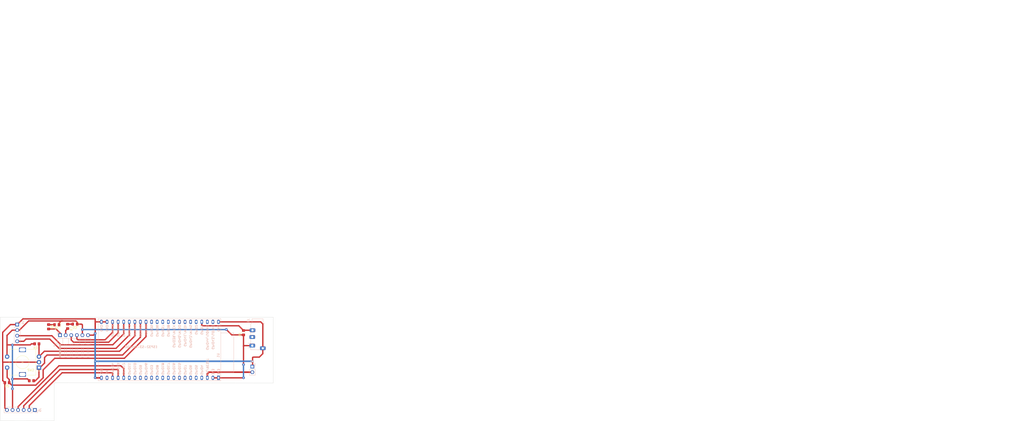
<source format=kicad_pcb>
(kicad_pcb (version 20221018) (generator pcbnew)
  (layers (0 "F.Cu" signal) (31 "B.Cu" signal) (34 "B.Paste" user) (35 "F.Paste" user) (36 "B.SilkS" user "B.Silkscreen") (37 "F.SilkS" user "F.Silkscreen") (38 "B.Mask" user) (39 "F.Mask" user) (44 "Edge.Cuts" user))
  (net 0 "")
  (net 1 "GND")
  (net 2 "+3.3V")
  (net 3 "WATERTEMP_DATA")
  (net 5 "DISPLAY_SCL")
  (net 6 "DISPLAY_SDA")
  (net 8 "RTC_SQW")
  (net 9 "RTC_SCK")
  (net 10 "RTC_SDA")
  (net 11 "ROT_CLK")
  (net 12 "ROT_DT")
  (net 13 "ROT_SW")
  (net 14 "RELAY_TOP")
  (net 15 "RELAY_BOTTOM")
  (net 34 "RESET")
  (net 39 "LED_BOTTOM")
  (net 40 "LED_TOP")
  (net 41 "Net-(D1-A)")
  (net 42 "Net-(D2-A)")
  (footprint "Resistor_SMD:R_0805_2012Metric_Pad1.20x1.40mm_HandSolder" (layer "F.Cu") (at 142.14 78.45 -90)
    (fp_text reference "R1" (at 0.8 1.65 90) (layer "F.SilkS"))
    (fp_text value "4k7")
    (fp_line (start -0.227064 -0.735) (end 0.227064 -0.735) (stroke (width 0.12)) (layer "F.SilkS"))
    (fp_line (start -0.227064 0.735) (end 0.227064 0.735) (stroke (width 0.12)) (layer "F.SilkS"))
    (pad "1" smd roundrect (at -1 0 270) (size 1.2 1.4) (layers "F.Cu" "F.Paste" "F.Mask") (roundrect_rratio 0.2083333333) (net 3 "WATERTEMP_DATA"))
    (pad "2" smd roundrect (at 1 0 270) (size 1.2 1.4) (layers "F.Cu" "F.Paste" "F.Mask") (roundrect_rratio 0.2083333333) (net 2 "+3.3V"))
  )
  (footprint "Resistor_SMD:R_0805_2012Metric_Pad1.20x1.40mm_HandSolder" (layer "F.Cu") (at 47.96 83.53)
    (fp_text reference "R3" (at -0.575 1.85) (layer "F.SilkS"))
    (fp_text value "10K")
    (fp_line (start -0.227064 -0.735) (end 0.227064 -0.735) (stroke (width 0.12)) (layer "F.SilkS"))
    (fp_line (start -0.227064 0.735) (end 0.227064 0.735) (stroke (width 0.12)) (layer "F.SilkS"))
    (pad "1" smd roundrect (at -1 0) (size 1.2 1.4) (layers "F.Cu" "F.Paste" "F.Mask") (roundrect_rratio 0.2083333333) (net 2 "+3.3V"))
    (pad "2" smd roundrect (at 1 0) (size 1.2 1.4) (layers "F.Cu" "F.Paste" "F.Mask") (roundrect_rratio 0.2083333333) (net 12 "ROT_DT"))
  )
  (footprint "Resistor_SMD:R_0805_2012Metric_Pad1.20x1.40mm_HandSolder" (layer "F.Cu") (at 34.39 101.2 180)
    (fp_text reference "R5" (at 0 -1.65) (layer "F.SilkS"))
    (fp_text value "10K")
    (fp_line (start -0.227064 -0.735) (end 0.227064 -0.735) (stroke (width 0.12)) (layer "F.SilkS"))
    (fp_line (start -0.227064 0.735) (end 0.227064 0.735) (stroke (width 0.12)) (layer "F.SilkS"))
    (pad "1" smd roundrect (at -1 0 180) (size 1.2 1.4) (layers "F.Cu" "F.Paste" "F.Mask") (roundrect_rratio 0.2083333333) (net 13 "ROT_SW"))
    (pad "2" smd roundrect (at 1 0 180) (size 1.2 1.4) (layers "F.Cu" "F.Paste" "F.Mask") (roundrect_rratio 0.2083333333) (net 1 "GND"))
  )
  (footprint "Resistor_SMD:R_0805_2012Metric_Pad1.20x1.40mm_HandSolder" (layer "F.Cu") (at 62.01 75.56 -90)
    (fp_text reference "R7" (at 1.12 -1.76 90) (layer "F.SilkS"))
    (fp_text value "330R")
    (fp_line (start -0.227064 -0.735) (end 0.227064 -0.735) (stroke (width 0.12)) (layer "F.SilkS"))
    (fp_line (start -0.227064 0.735) (end 0.227064 0.735) (stroke (width 0.12)) (layer "F.SilkS"))
    (pad "1" smd roundrect (at -1 0 270) (size 1.2 1.4) (layers "F.Cu" "F.Paste" "F.Mask") (roundrect_rratio 0.2083333333) (net 42 "Net-(D2-A)"))
    (pad "2" smd roundrect (at 1 0 270) (size 1.2 1.4) (layers "F.Cu" "F.Paste" "F.Mask") (roundrect_rratio 0.2083333333) (net 40 "LED_TOP"))
  )
  (footprint "Resistor_SMD:R_0805_2012Metric_Pad1.20x1.40mm_HandSolder" (layer "F.Cu") (at 53.34 75.76 -90)
    (fp_text reference "R6" (at 0 -1.65 90) (layer "F.SilkS"))
    (fp_text value "330R")
    (fp_line (start -0.227064 -0.735) (end 0.227064 -0.735) (stroke (width 0.12)) (layer "F.SilkS"))
    (fp_line (start -0.227064 0.735) (end 0.227064 0.735) (stroke (width 0.12)) (layer "F.SilkS"))
    (pad "1" smd roundrect (at -1 0 270) (size 1.2 1.4) (layers "F.Cu" "F.Paste" "F.Mask") (roundrect_rratio 0.2083333333) (net 41 "Net-(D1-A)"))
    (pad "2" smd roundrect (at 1 0 270) (size 1.2 1.4) (layers "F.Cu" "F.Paste" "F.Mask") (roundrect_rratio 0.2083333333) (net 39 "LED_BOTTOM"))
  )
  (footprint "Diode_SMD:D_0805_2012Metric_Pad1.15x1.40mm_HandSolder" (layer "F.Cu") (at 57.0375 74.82 180)
    (fp_text reference "D1" (at 0 -1.65) (layer "F.SilkS"))
    (fp_text value "LED")
    (fp_line (start -1.86 -0.96) (end -1.86 0.96) (stroke (width 0.12)) (layer "F.SilkS"))
    (fp_line (start -1.86 0.96) (end 1 0.96) (stroke (width 0.12)) (layer "F.SilkS"))
    (fp_line (start 1 -0.96) (end -1.86 -0.96) (stroke (width 0.12)) (layer "F.SilkS"))
    (pad "1" smd roundrect (at -1.025 0 180) (size 1.15 1.4) (layers "F.Cu" "F.Paste" "F.Mask") (roundrect_rratio 0.2173913043) (net 2 "+3.3V"))
    (pad "2" smd roundrect (at 1.025 0 180) (size 1.15 1.4) (layers "F.Cu" "F.Paste" "F.Mask") (roundrect_rratio 0.2173913043) (net 41 "Net-(D1-A)"))
  )
  (footprint "Rotary_Encoder:RotaryEncoder_Alps_EC11E-Switch_Vertical_H20mm" (layer "F.Cu") (at 48.94 94.37 180)
    (fp_text reference "SW2" (at 3.725 -1.125) (layer "F.SilkS"))
    (fp_text value "RotaryEncoder_Switch" hide)
    (fp_line (start -0.3 -1.6) (end 0.3 -1.6) (stroke (width 0.12)) (layer "F.SilkS"))
    (fp_line (start 0 -1.3) (end -0.3 -1.6) (stroke (width 0.12)) (layer "F.SilkS"))
    (fp_line (start 0.3 -1.6) (end 0 -1.3) (stroke (width 0.12)) (layer "F.SilkS"))
    (fp_line (start 1.4 -3.4) (end 1.4 8.4) (stroke (width 0.12)) (layer "F.SilkS"))
    (fp_line (start 5.5 -3.4) (end 1.4 -3.4) (stroke (width 0.12)) (layer "F.SilkS"))
    (fp_line (start 5.5 8.4) (end 1.4 8.4) (stroke (width 0.12)) (layer "F.SilkS"))
    (fp_line (start 7 2.5) (end 8 2.5) (stroke (width 0.12)) (layer "F.SilkS"))
    (fp_line (start 7.5 2) (end 7.5 3) (stroke (width 0.12)) (layer "F.SilkS"))
    (fp_line (start 9.5 -3.4) (end 13.6 -3.4) (stroke (width 0.12)) (layer "F.SilkS"))
    (fp_line (start 13.6 -3.4) (end 13.6 -1) (stroke (width 0.12)) (layer "F.SilkS"))
    (fp_line (start 13.6 1.2) (end 13.6 3.8) (stroke (width 0.12)) (layer "F.SilkS"))
    (fp_line (start 13.6 6) (end 13.6 8.4) (stroke (width 0.12)) (layer "F.SilkS"))
    (fp_line (start 13.6 8.4) (end 9.5 8.4) (stroke (width 0.12)) (layer "F.SilkS"))
    (fp_circle (center 7.5 2.5) (end 10.5 2.5) (stroke (width 0.12)) (fill none) (layer "F.SilkS"))
    (pad "A" thru_hole rect (at 0 0 180) (size 2 2) (drill 1) (layers "*.Cu" "*.Mask") (net 11 "ROT_CLK"))
    (pad "B" thru_hole circle (at 0 5 180) (size 2 2) (drill 1) (layers "*.Cu" "*.Mask") (net 12 "ROT_DT"))
    (pad "C" thru_hole circle (at 0 2.5 180) (size 2 2) (drill 1) (layers "*.Cu" "*.Mask") (net 1 "GND"))
    (pad "MP" thru_hole rect (at 7.5 -3.1 180) (size 3.2 2) (drill oval 2.8 1.5) (layers "*.Cu" "*.Mask"))
    (pad "MP" thru_hole rect (at 7.5 8.1 180) (size 3.2 2) (drill oval 2.8 1.5) (layers "*.Cu" "*.Mask"))
    (pad "S1" thru_hole circle (at 14.5 5 180) (size 2 2) (drill 1) (layers "*.Cu" "*.Mask") (net 2 "+3.3V"))
    (pad "S2" thru_hole circle (at 14.5 0 180) (size 2 2) (drill 1) (layers "*.Cu" "*.Mask") (net 13 "ROT_SW"))
  )
  (footprint "Resistor_SMD:R_0805_2012Metric_Pad1.20x1.40mm_HandSolder" (layer "F.Cu") (at 45.52 100.33)
    (fp_text reference "R2" hide)
    (fp_text value "10K")
    (fp_line (start -0.227064 -0.735) (end 0.227064 -0.735) (stroke (width 0.12)) (layer "F.SilkS"))
    (fp_line (start -0.227064 0.735) (end 0.227064 0.735) (stroke (width 0.12)) (layer "F.SilkS"))
    (pad "1" smd roundrect (at -1 0) (size 1.2 1.4) (layers "F.Cu" "F.Paste" "F.Mask") (roundrect_rratio 0.2083333333) (net 2 "+3.3V"))
    (pad "2" smd roundrect (at 1 0) (size 1.2 1.4) (layers "F.Cu" "F.Paste" "F.Mask") (roundrect_rratio 0.2083333333) (net 11 "ROT_CLK"))
  )
  (footprint "Diode_SMD:D_0805_2012Metric_Pad1.15x1.40mm_HandSolder" (layer "F.Cu") (at 65.33 74.55 180)
    (fp_text reference "D2" (at 0 -1.65) (layer "F.SilkS"))
    (fp_text value "LED")
    (fp_line (start -1.86 -0.96) (end -1.86 0.96) (stroke (width 0.12)) (layer "F.SilkS"))
    (fp_line (start -1.86 0.96) (end 1 0.96) (stroke (width 0.12)) (layer "F.SilkS"))
    (fp_line (start 1 -0.96) (end -1.86 -0.96) (stroke (width 0.12)) (layer "F.SilkS"))
    (pad "1" smd roundrect (at -1.025 0 180) (size 1.15 1.4) (layers "F.Cu" "F.Paste" "F.Mask") (roundrect_rratio 0.2173913043) (net 2 "+3.3V"))
    (pad "2" smd roundrect (at 1.025 0 180) (size 1.15 1.4) (layers "F.Cu" "F.Paste" "F.Mask") (roundrect_rratio 0.2173913043) (net 42 "Net-(D2-A)"))
  )
  (footprint "Connector_PinHeader_2.54mm:PinHeader_1x06_P2.54mm_Horizontal" (layer "B.Cu") (at 58.58 79.57 -90)
    (fp_text reference "J7" (at 4.385 2.27 90) (layer "B.SilkS") (effects (justify mirror)))
    (fp_text value "MCU")
    (fp_line (start -1.27 0) (end -1.27 1.27) (stroke (width 0.12)) (layer "B.SilkS"))
    (fp_line (start -1.27 1.27) (end 0 1.27) (stroke (width 0.12)) (layer "B.SilkS"))
    (fp_line (start 1.042929 -13.08) (end 1.44 -13.08) (stroke (width 0.12)) (layer "B.SilkS"))
    (fp_line (start 1.042929 -12.32) (end 1.44 -12.32) (stroke (width 0.12)) (layer "B.SilkS"))
    (fp_line (start 1.042929 -10.54) (end 1.44 -10.54) (stroke (width 0.12)) (layer "B.SilkS"))
    (fp_line (start 1.042929 -9.78) (end 1.44 -9.78) (stroke (width 0.12)) (layer "B.SilkS"))
    (fp_line (start 1.042929 -8) (end 1.44 -8) (stroke (width 0.12)) (layer "B.SilkS"))
    (fp_line (start 1.042929 -7.24) (end 1.44 -7.24) (stroke (width 0.12)) (layer "B.SilkS"))
    (fp_line (start 1.042929 -5.46) (end 1.44 -5.46) (stroke (width 0.12)) (layer "B.SilkS"))
    (fp_line (start 1.042929 -4.7) (end 1.44 -4.7) (stroke (width 0.12)) (layer "B.SilkS"))
    (fp_line (start 1.042929 -2.92) (end 1.44 -2.92) (stroke (width 0.12)) (layer "B.SilkS"))
    (fp_line (start 1.042929 -2.16) (end 1.44 -2.16) (stroke (width 0.12)) (layer "B.SilkS"))
    (fp_line (start 1.11 -0.38) (end 1.44 -0.38) (stroke (width 0.12)) (layer "B.SilkS"))
    (fp_line (start 1.11 0.38) (end 1.44 0.38) (stroke (width 0.12)) (layer "B.SilkS"))
    (fp_line (start 1.44 -14.03) (end 4.1 -14.03) (stroke (width 0.12)) (layer "B.SilkS"))
    (fp_line (start 1.44 -11.43) (end 4.1 -11.43) (stroke (width 0.12)) (layer "B.SilkS"))
    (fp_line (start 1.44 -8.89) (end 4.1 -8.89) (stroke (width 0.12)) (layer "B.SilkS"))
    (fp_line (start 1.44 -6.35) (end 4.1 -6.35) (stroke (width 0.12)) (layer "B.SilkS"))
    (fp_line (start 1.44 -3.81) (end 4.1 -3.81) (stroke (width 0.12)) (layer "B.SilkS"))
    (fp_line (start 1.44 -1.27) (end 4.1 -1.27) (stroke (width 0.12)) (layer "B.SilkS"))
    (fp_line (start 1.44 1.33) (end 1.44 -14.03) (stroke (width 0.12)) (layer "B.SilkS"))
    (fp_line (start 4.1 -14.03) (end 4.1 1.33) (stroke (width 0.12)) (layer "B.SilkS"))
    (fp_line (start 4.1 -12.32) (end 10.1 -12.32) (stroke (width 0.12)) (layer "B.SilkS"))
    (fp_line (start 4.1 -9.78) (end 10.1 -9.78) (stroke (width 0.12)) (layer "B.SilkS"))
    (fp_line (start 4.1 -7.24) (end 10.1 -7.24) (stroke (width 0.12)) (layer "B.SilkS"))
    (fp_line (start 4.1 -4.7) (end 10.1 -4.7) (stroke (width 0.12)) (layer "B.SilkS"))
    (fp_line (start 4.1 -2.16) (end 10.1 -2.16) (stroke (width 0.12)) (layer "B.SilkS"))
    (fp_line (start 4.1 -0.28) (end 10.1 -0.28) (stroke (width 0.12)) (layer "B.SilkS"))
    (fp_line (start 4.1 -0.16) (end 10.1 -0.16) (stroke (width 0.12)) (layer "B.SilkS"))
    (fp_line (start 4.1 -0.04) (end 10.1 -0.04) (stroke (width 0.12)) (layer "B.SilkS"))
    (fp_line (start 4.1 0.08) (end 10.1 0.08) (stroke (width 0.12)) (layer "B.SilkS"))
    (fp_line (start 4.1 0.2) (end 10.1 0.2) (stroke (width 0.12)) (layer "B.SilkS"))
    (fp_line (start 4.1 0.32) (end 10.1 0.32) (stroke (width 0.12)) (layer "B.SilkS"))
    (fp_line (start 4.1 0.38) (end 10.1 0.38) (stroke (width 0.12)) (layer "B.SilkS"))
    (fp_line (start 4.1 1.33) (end 1.44 1.33) (stroke (width 0.12)) (layer "B.SilkS"))
    (fp_line (start 10.1 -13.08) (end 4.1 -13.08) (stroke (width 0.12)) (layer "B.SilkS"))
    (fp_line (start 10.1 -12.32) (end 10.1 -13.08) (stroke (width 0.12)) (layer "B.SilkS"))
    (fp_line (start 10.1 -10.54) (end 4.1 -10.54) (stroke (width 0.12)) (layer "B.SilkS"))
    (fp_line (start 10.1 -9.78) (end 10.1 -10.54) (stroke (width 0.12)) (layer "B.SilkS"))
    (fp_line (start 10.1 -8) (end 4.1 -8) (stroke (width 0.12)) (layer "B.SilkS"))
    (fp_line (start 10.1 -7.24) (end 10.1 -8) (stroke (width 0.12)) (layer "B.SilkS"))
    (fp_line (start 10.1 -5.46) (end 4.1 -5.46) (stroke (width 0.12)) (layer "B.SilkS"))
    (fp_line (start 10.1 -4.7) (end 10.1 -5.46) (stroke (width 0.12)) (layer "B.SilkS"))
    (fp_line (start 10.1 -2.92) (end 4.1 -2.92) (stroke (width 0.12)) (layer "B.SilkS"))
    (fp_line (start 10.1 -2.16) (end 10.1 -2.92) (stroke (width 0.12)) (layer "B.SilkS"))
    (fp_line (start 10.1 -0.38) (end 4.1 -0.38) (stroke (width 0.12)) (layer "B.SilkS"))
    (fp_line (start 10.1 0.38) (end 10.1 -0.38) (stroke (width 0.12)) (layer "B.SilkS"))
    (pad "1" thru_hole rect (at 0 0 270) (size 1.7 1.7) (drill 1) (layers "*.Cu" "*.Mask") (net 39 "LED_BOTTOM"))
    (pad "2" thru_hole oval (at 0 -2.54 270) (size 1.7 1.7) (drill 1) (layers "*.Cu" "*.Mask") (net 40 "LED_TOP"))
    (pad "3" thru_hole oval (at 0 -5.08 270) (size 1.7 1.7) (drill 1) (layers "*.Cu" "*.Mask") (net 15 "RELAY_BOTTOM"))
    (pad "4" thru_hole oval (at 0 -7.62 270) (size 1.7 1.7) (drill 1) (layers "*.Cu" "*.Mask") (net 14 "RELAY_TOP"))
    (pad "5" thru_hole oval (at 0 -10.16 270) (size 1.7 1.7) (drill 1) (layers "*.Cu" "*.Mask") (net 2 "+3.3V"))
    (pad "6" thru_hole oval (at 0 -12.7 270) (size 1.7 1.7) (drill 1) (layers "*.Cu" "*.Mask") (net 1 "GND"))
  )
  (footprint "Connector_Audio:Jack_3.5mm_PJ320D_Horizontal_NG" (layer "B.Cu") (at 148.53 80.54 -90)
    (fp_text reference "J3" (at -7.674 4.224 90) (layer "B.SilkS") (effects (justify mirror)))
    (fp_text value "COLD")
    (fp_line (start -8.375 2.5) (end -8.375 -2.5) (stroke (width 0.12)) (layer "B.SilkS"))
    (fp_line (start -6.375 -2.5) (end -8.375 -2.5) (stroke (width 0.12)) (layer "B.SilkS"))
    (fp_line (start -6.375 -2.5) (end -6.375 -3.1) (stroke (width 0.12)) (layer "B.SilkS"))
    (fp_line (start -6.375 2.5) (end -8.375 2.5) (stroke (width 0.12)) (layer "B.SilkS"))
    (fp_line (start -6.375 3.1) (end -6.375 2.5) (stroke (width 0.12)) (layer "B.SilkS"))
    (fp_line (start -6.375 3.1) (end -4.25 3.1) (stroke (width 0.12)) (layer "B.SilkS"))
    (fp_line (start -2.25 3.1) (end -1.25 3.1) (stroke (width 0.12)) (layer "B.SilkS"))
    (fp_line (start 1 3.1) (end 2.75 3.1) (stroke (width 0.12)) (layer "B.SilkS"))
    (fp_line (start 2.75 3.1) (end 2.75 4.5) (stroke (width 0.12)) (layer "B.SilkS"))
    (fp_line (start 4 -3.1) (end -6.375 -3.1) (stroke (width 0.12)) (layer "B.SilkS"))
    (fp_line (start 4.75 3.1) (end 4.75 4.5) (stroke (width 0.12)) (layer "B.SilkS"))
    (fp_line (start 4.75 3.1) (end 5.725 3.1) (stroke (width 0.12)) (layer "B.SilkS"))
    (fp_line (start 5.75 -1) (end 5.725 3.1) (stroke (width 0.12)) (layer "B.SilkS"))
    (pad "" np_thru_hole circle (at -4.775 0 270) (size 1.5 1.5) (drill 1.5) (layers "*.Cu" "*.Mask"))
    (pad "" np_thru_hole circle (at 2.225 0 270) (size 1.5 1.5) (drill 1.5) (layers "*.Cu" "*.Mask"))
    (pad "R1" thru_hole roundrect (at -0.1 2.4 180) (size 2.586 1.724) (drill 1) (layers "*.Cu" "*.Mask"))
    (pad "R2" thru_hole roundrect (at -3.2 2.3 180) (size 2.586 1.724) (drill 1) (layers "*.Cu" "*.Mask") (net 3 "WATERTEMP_DATA"))
    (pad "S" thru_hole roundrect (at 5 -2.4 180) (size 2.586 1.724) (drill 1) (layers "*.Cu" "*.Mask") (net 1 "GND"))
    (pad "T" thru_hole roundrect (at 3.8 2.4 180) (size 2.586 1.724) (drill 1) (layers "*.Cu" "*.Mask") (net 2 "+3.3V"))
  )
  (footprint "Espressif:ESP32-S3-DevKitC" (layer "B.Cu") (at 130.73844 99.020001 90)
    (fp_text reference "U1" (at 10.24152 -0.139 90) (layer "B.SilkS") (effects (justify mirror)))
    (fp_text value "ESP32-S3-DevKitC" (at 14.08152 -35.289) (layer "B.SilkS") (effects (justify mirror)))
    (fp_text user "GND" (at 24.23 -50.8 270 unlocked) (layer "B.SilkS") (effects (justify right mirror)))
    (fp_text user "GPIO37" (at 24.23 -25.4 270 unlocked) (layer "B.SilkS") (effects (justify right mirror)))
    (fp_text user "GPIO2" (at 24.23 -10.16 270 unlocked) (layer "B.SilkS") (effects (justify right mirror)))
    (fp_text user "GPIO10" (at 1.27 -38.1 270 unlocked) (layer "B.SilkS") (effects (justify left mirror)))
    (fp_text user "GPIO39/MTCK" (at 24.23 -20.32 270 unlocked) (layer "B.SilkS") (effects (justify right mirror)))
    (fp_text user "3V3" (at 1.27 0 270 unlocked) (layer "B.SilkS") (effects (justify left mirror)))
    (fp_text user "GND" (at 1.52032 -53.33728 270 unlocked) (layer "B.SilkS") (effects (justify left mirror)))
    (fp_text user "GPIO44/U0RXD" (at 24.23 -5.08 270 unlocked) (layer "B.SilkS") (effects (justify right mirror)))
    (fp_text user "GPIO14" (at 1.27 -48.26 270 unlocked) (layer "B.SilkS") (effects (justify left mirror)))
    (fp_text user "GPIO7" (at 1.27 -15.24 270 unlocked) (layer "B.SilkS") (effects (justify left mirror)))
    (fp_text user "GPIO35" (at 24.23 -30.48 270 unlocked) (layer "B.SilkS") (effects (justify right mirror)))
    (fp_text user "3V3" (at 1.27 -2.54 270 unlocked) (layer "B.SilkS") (effects (justify left mirror)))
    (fp_text user "GPIO1" (at 24.23 -7.62 270 unlocked) (layer "B.SilkS") (effects (justify right mirror)))
    (fp_text user "GPIO20" (at 24.23 -45.72 270 unlocked) (layer "B.SilkS") (effects (justify right mirror)))
    (fp_text user "GPIO0" (at 24.23 -33.02 270 unlocked) (layer "B.SilkS") (effects (justify right mirror)))
    (fp_text user "GPIO38" (at 24.23 -22.86 270 unlocked) (layer "B.SilkS") (effects (justify right mirror)))
    (fp_text user "GND" (at 24.23 -53.34 270 unlocked) (layer "B.SilkS") (effects (justify right mirror)))
    (fp_text user "GPIO47" (at 24.23 -40.64 270 unlocked) (layer "B.SilkS") (effects (justify right mirror)))
    (fp_text user "GPIO8" (at 1.27 -27.94 270 unlocked) (layer "B.SilkS") (effects (justify left mirror)))
    (fp_text user "GPIO11" (at 1.27 -40.64 270 unlocked) (layer "B.SilkS") (effects (justify left mirror)))
    (fp_text user "GPIO16" (at 1.27 -20.32 270 unlocked) (layer "B.SilkS") (effects (justify left mirror)))
    (fp_text user "GPIO18" (at 1.27 -25.4 270 unlocked) (layer "B.SilkS") (effects (justify left mirror)))
    (fp_text user "GPIO43/U0TXD" (at 24.23 -2.54 270 unlocked) (layer "B.SilkS") (effects (justify right mirror)))
    (fp_text user "GPIO41/MTDI" (at 24.23 -15.24 270 unlocked) (layer "B.SilkS") (effects (justify right mirror)))
    (fp_text user "GPIO15" (at 1.27 -17.78 270 unlocked) (layer "B.SilkS") (effects (justify left mirror)))
    (fp_text user "GPIO3" (at 1.27 -30.48 270 unlocked) (layer "B.SilkS") (effects (justify left mirror)))
    (fp_text user "GPIO19" (at 24.23 -48.26 270 unlocked) (layer "B.SilkS") (effects (justify right mirror)))
    (fp_text user "GPIO42/MTMS" (at 24.23 -12.7 270 unlocked) (layer "B.SilkS") (effects (justify right mirror)))
    (fp_text user "GPIO17" (at 1.27 -22.86 270 unlocked) (layer "B.SilkS") (effects (justify left mirror)))
    (fp_text user "GPIO13" (at 1.27 -45.72 270 unlocked) (layer "B.SilkS") (effects (justify left mirror)))
    (fp_text user "GPIO6" (at 1.27 -12.7 270 unlocked) (layer "B.SilkS") (effects (justify left mirror)))
    (fp_text user "GPIO46" (at 1.27 -33.02 270 unlocked) (layer "B.SilkS") (effects (justify left mirror)))
    (fp_text user "GPIO45" (at 24.23 -35.56 270 unlocked) (layer "B.SilkS") (effects (justify right mirror)))
    (fp_text user "GPIO5" (at 1.27 -10.16 270 unlocked) (layer "B.SilkS") (effects (justify left mirror)))
    (fp_text user "GND" (at 24.23 0 270 unlocked) (layer "B.SilkS") (effects (justify right mirror)))
    (fp_text user "GPIO9" (at 1.27 -35.56 270 unlocked) (layer "B.SilkS") (effects (justify left mirror)))
    (fp_text user "GPIO48" (at 24.23 -38.1 270 unlocked) (layer "B.SilkS") (effects (justify right mirror)))
    (fp_text user "5V" (at 1.52032 -50.79728 270 unlocked) (layer "B.SilkS") (effects (justify left mirror)))
    (fp_text user "GPIO36" (at 24.23 -27.94 270 unlocked) (layer "B.SilkS") (effects (justify right mirror)))
    (fp_text user "EN/RESET" (at 8.88632 -5.07728 270 unlocked) (layer "B.SilkS") (effects (justify right mirror)))
    (fp_text user "GPIO4" (at 1.27 -7.62 270 unlocked) (layer "B.SilkS") (effects (justify left mirror)))
    (fp_text user "GPIO40/MTDO" (at 24.23 -17.78 270 unlocked) (layer "B.SilkS") (effects (justify right mirror)))
    (fp_text user "GPIO12" (at 1.27 -43.18 270 unlocked) (layer "B.SilkS") (effects (justify left mirror)))
    (fp_text user "GPIO21" (at 24.23 -43.18 270 unlocked) (layer "B.SilkS") (effects (justify right mirror)))
    (fp_text_box "" (start -1.299999 1.1) (end 27.000001 -54.85) (angle 180) (layer "B.SilkS") (effects (font (size 1 1)) (justify left top mirror)) (stroke (width 0.12)))
    (fp_line (start 2.46012 1.12032) (end 2.46012 7.01312) (stroke (width 0.12)) (layer "B.SilkS"))
    (fp_line (start 2.46012 7.01312) (end 20.44332 7.01312) (stroke (width 0.12)) (layer "B.SilkS"))
    (fp_line (start 20.44332 7.01312) (end 20.44332 1.12032) (stroke (width 0.12)) (layer "B.SilkS"))
    (pad "1" thru_hole rect (at 0 0 180) (size 1.2 2) (drill 0.8) (layers "*.Cu" "*.Mask") (net 2 "+3.3V"))
    (pad "2" thru_hole oval (at 0 -2.54 180) (size 1.2 2) (drill 0.8) (layers "*.Cu" "*.Mask") (net 2 "+3.3V"))
    (pad "3" thru_hole oval (at 0 -5.08 180) (size 1.2 2) (drill 0.8) (layers "*.Cu" "*.Mask") (net 34 "RESET"))
    (pad "4" thru_hole oval (at 0 -7.62 180) (size 1.2 2) (drill 0.8) (layers "*.Cu" "*.Mask"))
    (pad "5" thru_hole oval (at 0 -10.16 180) (size 1.2 2) (drill 0.8) (layers "*.Cu" "*.Mask"))
    (pad "6" thru_hole oval (at 0 -12.7 180) (size 1.2 2) (drill 0.8) (layers "*.Cu" "*.Mask"))
    (pad "7" thru_hole oval (at 0 -15.24 180) (size 1.2 2) (drill 0.8) (layers "*.Cu" "*.Mask"))
    (pad "8" thru_hole oval (at 0 -17.78 180) (size 1.2 2) (drill 0.8) (layers "*.Cu" "*.Mask"))
    (pad "9" thru_hole oval (at 0 -20.32 180) (size 1.2 2) (drill 0.8) (layers "*.Cu" "*.Mask"))
    (pad "10" thru_hole oval (at 0 -22.86 180) (size 1.2 2) (drill 0.8) (layers "*.Cu" "*.Mask"))
    (pad "11" thru_hole oval (at 0 -25.4 180) (size 1.2 2) (drill 0.8) (layers "*.Cu" "*.Mask"))
    (pad "12" thru_hole oval (at 0 -27.94 180) (size 1.2 2) (drill 0.8) (layers "*.Cu" "*.Mask"))
    (pad "13" thru_hole oval (at 0 -30.48 180) (size 1.2 2) (drill 0.8) (layers "*.Cu" "*.Mask"))
    (pad "14" thru_hole oval (at 0 -33.02 180) (size 1.2 2) (drill 0.8) (layers "*.Cu" "*.Mask"))
    (pad "15" thru_hole oval (at 0 -35.56 180) (size 1.2 2) (drill 0.8) (layers "*.Cu" "*.Mask"))
    (pad "16" thru_hole oval (at 0 -38.1 180) (size 1.2 2) (drill 0.8) (layers "*.Cu" "*.Mask"))
    (pad "17" thru_hole oval (at 0 -40.64 180) (size 1.2 2) (drill 0.8) (layers "*.Cu" "*.Mask"))
    (pad "18" thru_hole oval (at 0 -43.18 180) (size 1.2 2) (drill 0.8) (layers "*.Cu" "*.Mask") (net 10 "RTC_SDA"))
    (pad "19" thru_hole oval (at 0 -45.72 180) (size 1.2 2) (drill 0.8) (layers "*.Cu" "*.Mask") (net 9 "RTC_SCK"))
    (pad "20" thru_hole oval (at -0.00368 -48.25728 180) (size 1.2 2) (drill 0.8) (layers "*.Cu" "*.Mask") (net 8 "RTC_SQW"))
    (pad "21" thru_hole oval (at -0.00368 -50.79728 180) (size 1.2 2) (drill 0.8) (layers "*.Cu" "*.Mask"))
    (pad "22" thru_hole oval (at -0.00368 -53.33728 180) (size 1.2 2) (drill 0.8) (layers "*.Cu" "*.Mask") (net 1 "GND"))
    (pad "23" thru_hole oval (at 25.5 -53.34 180) (size 1.2 2) (drill 0.8) (layers "*.Cu" "*.Mask") (net 1 "GND"))
    (pad "24" thru_hole oval (at 25.5 -50.8 180) (size 1.2 2) (drill 0.8) (layers "*.Cu" "*.Mask") (net 1 "GND"))
    (pad "25" thru_hole oval (at 25.5 -48.26 180) (size 1.2 2) (drill 0.8) (layers "*.Cu" "*.Mask") (net 14 "RELAY_TOP"))
    (pad "26" thru_hole oval (at 25.5 -45.72 180) (size 1.2 2) (drill 0.8) (layers "*.Cu" "*.Mask") (net 15 "RELAY_BOTTOM"))
    (pad "27" thru_hole oval (at 25.5 -43.18 180) (size 1.2 2) (drill 0.8) (layers "*.Cu" "*.Mask") (net 5 "DISPLAY_SCL"))
    (pad "28" thru_hole oval (at 25.5 -40.64 180) (size 1.2 2) (drill 0.8) (layers "*.Cu" "*.Mask") (net 6 "DISPLAY_SDA"))
    (pad "29" thru_hole oval (at 25.5 -38.1 180) (size 1.2 2) (drill 0.8) (layers "*.Cu" "*.Mask") (net 12 "ROT_DT"))
    (pad "30" thru_hole oval (at 25.5 -35.56 180) (size 1.2 2) (drill 0.8) (layers "*.Cu" "*.Mask") (net 11 "ROT_CLK"))
    (pad "31" thru_hole oval (at 25.5 -33.02 180) (size 1.2 2) (drill 0.8) (layers "*.Cu" "*.Mask") (net 13 "ROT_SW"))
    (pad "32" thru_hole oval (at 25.5 -30.48 180) (size 1.2 2) (drill 0.8) (layers "*.Cu" "*.Mask"))
    (pad "33" thru_hole oval (at 25.5 -27.94 180) (size 1.2 2) (drill 0.8) (layers "*.Cu" "*.Mask"))
    (pad "34" thru_hole oval (at 25.5 -25.4 180) (size 1.2 2) (drill 0.8) (layers "*.Cu" "*.Mask"))
    (pad "35" thru_hole oval (at 25.5 -22.86 180) (size 1.2 2) (drill 0.8) (layers "*.Cu" "*.Mask"))
    (pad "36" thru_hole oval (at 25.5 -20.32 180) (size 1.2 2) (drill 0.8) (layers "*.Cu" "*.Mask"))
    (pad "37" thru_hole oval (at 25.5 -17.78 180) (size 1.2 2) (drill 0.8) (layers "*.Cu" "*.Mask"))
    (pad "38" thru_hole oval (at 25.5 -15.24 180) (size 1.2 2) (drill 0.8) (layers "*.Cu" "*.Mask"))
    (pad "39" thru_hole oval (at 25.5 -12.7 180) (size 1.2 2) (drill 0.8) (layers "*.Cu" "*.Mask"))
    (pad "40" thru_hole oval (at 25.5 -10.16 180) (size 1.2 2) (drill 0.8) (layers "*.Cu" "*.Mask"))
    (pad "41" thru_hole oval (at 25.5 -7.62 180) (size 1.2 2) (drill 0.8) (layers "*.Cu" "*.Mask") (net 3 "WATERTEMP_DATA"))
    (pad "42" thru_hole oval (at 25.5 -5.08 180) (size 1.2 2) (drill 0.8) (layers "*.Cu" "*.Mask"))
    (pad "43" thru_hole oval (at 25.5 -2.54 180) (size 1.2 2) (drill 0.8) (layers "*.Cu" "*.Mask"))
    (pad "44" thru_hole oval (at 25.5 0 180) (size 1.2 2) (drill 0.8) (layers "*.Cu" "*.Mask") (net 1 "GND"))
  )
  (footprint "Connector_PinHeader_2.54mm:PinHeader_1x04_P2.54mm_Vertical" (layer "B.Cu") (at 39.02 74.75 180)
    (fp_text reference "J4" (at -2.625 0.925 90) (layer "B.SilkS") (effects (justify mirror)))
    (fp_text value "DISPLAY")
    (fp_line (start -1.33 -8.95) (end 1.33 -8.95) (stroke (width 0.12)) (layer "B.SilkS"))
    (fp_line (start -1.33 -1.27) (end -1.33 -8.95) (stroke (width 0.12)) (layer "B.SilkS"))
    (fp_line (start -1.33 -1.27) (end 1.33 -1.27) (stroke (width 0.12)) (layer "B.SilkS"))
    (fp_line (start -1.33 0) (end -1.33 1.33) (stroke (width 0.12)) (layer "B.SilkS"))
    (fp_line (start -1.33 1.33) (end 0 1.33) (stroke (width 0.12)) (layer "B.SilkS"))
    (fp_line (start 1.33 -1.27) (end 1.33 -8.95) (stroke (width 0.12)) (layer "B.SilkS"))
    (pad "1" thru_hole rect (at 0 0 180) (size 1.7 1.7) (drill 1) (layers "*.Cu" "*.Mask") (net 1 "GND"))
    (pad "2" thru_hole oval (at 0 -2.54 180) (size 1.7 1.7) (drill 1) (layers "*.Cu" "*.Mask") (net 2 "+3.3V"))
    (pad "3" thru_hole oval (at 0 -5.08 180) (size 1.7 1.7) (drill 1) (layers "*.Cu" "*.Mask") (net 5 "DISPLAY_SCL"))
    (pad "4" thru_hole oval (at 0 -7.62 180) (size 1.7 1.7) (drill 1) (layers "*.Cu" "*.Mask") (net 6 "DISPLAY_SDA"))
  )
  (footprint "Connector_PinHeader_2.54mm:PinHeader_1x02_P2.54mm_Vertical" (layer "B.Cu") (at 146.16 93.9 180)
    (fp_text reference "J6" (at 0 2.33) (layer "B.SilkS") (effects (justify mirror)))
    (fp_text value "Conn_01x02_Pin")
    (fp_line (start -1.33 -3.87) (end 1.33 -3.87) (stroke (width 0.12)) (layer "B.SilkS"))
    (fp_line (start -1.33 -1.27) (end -1.33 -3.87) (stroke (width 0.12)) (layer "B.SilkS"))
    (fp_line (start -1.33 -1.27) (end 1.33 -1.27) (stroke (width 0.12)) (layer "B.SilkS"))
    (fp_line (start -1.33 0) (end -1.33 1.33) (stroke (width 0.12)) (layer "B.SilkS"))
    (fp_line (start -1.33 1.33) (end 0 1.33) (stroke (width 0.12)) (layer "B.SilkS"))
    (fp_line (start 1.33 -1.27) (end 1.33 -3.87) (stroke (width 0.12)) (layer "B.SilkS"))
    (pad "1" thru_hole rect (at 0 0 180) (size 1.7 1.7) (drill 1) (layers "*.Cu" "*.Mask") (net 1 "GND"))
    (pad "2" thru_hole oval (at 0 -2.54 180) (size 1.7 1.7) (drill 1) (layers "*.Cu" "*.Mask") (net 34 "RESET"))
  )
  (footprint "Connector_PinHeader_2.54mm:PinHeader_1x06_P2.54mm_Vertical" (layer "B.Cu") (at 47.07 113.67 90)
    (fp_text reference "J5" (at 0 2.33 90) (layer "B.SilkS") (effects (justify mirror)))
    (fp_text value "RTC")
    (fp_line (start -1.33 -14.03) (end 1.33 -14.03) (stroke (width 0.12)) (layer "B.SilkS"))
    (fp_line (start -1.33 -1.27) (end -1.33 -14.03) (stroke (width 0.12)) (layer "B.SilkS"))
    (fp_line (start -1.33 -1.27) (end 1.33 -1.27) (stroke (width 0.12)) (layer "B.SilkS"))
    (fp_line (start -1.33 0) (end -1.33 1.33) (stroke (width 0.12)) (layer "B.SilkS"))
    (fp_line (start -1.33 1.33) (end 0 1.33) (stroke (width 0.12)) (layer "B.SilkS"))
    (fp_line (start 1.33 -1.27) (end 1.33 -14.03) (stroke (width 0.12)) (layer "B.SilkS"))
    (pad "1" thru_hole rect (at 0 0 90) (size 1.7 1.7) (drill 1) (layers "*.Cu" "*.Mask"))
    (pad "2" thru_hole oval (at 0 -2.54 90) (size 1.7 1.7) (drill 1) (layers "*.Cu" "*.Mask") (net 8 "RTC_SQW"))
    (pad "3" thru_hole oval (at 0 -5.08 90) (size 1.7 1.7) (drill 1) (layers "*.Cu" "*.Mask") (net 9 "RTC_SCK"))
    (pad "4" thru_hole oval (at 0 -7.62 90) (size 1.7 1.7) (drill 1) (layers "*.Cu" "*.Mask") (net 10 "RTC_SDA"))
    (pad "5" thru_hole oval (at 0 -10.16 90) (size 1.7 1.7) (drill 1) (layers "*.Cu" "*.Mask") (net 2 "+3.3V"))
    (pad "6" thru_hole oval (at 0 -12.7 90) (size 1.7 1.7) (drill 1) (layers "*.Cu" "*.Mask") (net 1 "GND"))
  )
  (gr_line (start 55.84 101.3) (end 155.74 101.38) (stroke (width 0.1)) (layer "Edge.Cuts"))
  (gr_line (start 31.315 71.41) (end 31.35 118.52) (stroke (width 0.1)) (layer "Edge.Cuts"))
  (gr_line (start 155.74 101.38) (end 155.715 71.38) (stroke (width 0.1)) (layer "Edge.Cuts"))
  (gr_line (start 55.84 118.55) (end 55.84 101.3) (stroke (width 0.1)) (layer "Edge.Cuts"))
  (gr_line (start 155.715 71.38) (end 31.315 71.41) (stroke (width 0.1)) (layer "Edge.Cuts"))
  (gr_line (start 31.35 118.52) (end 55.84 118.55) (stroke (width 0.1)) (layer "Edge.Cuts"))
  (segment (start 32.4 78.32) (end 32.4 91.8) (width 0.6) (layer "F.Cu") (net 1))
  (segment (start 35.97 74.75) (end 32.4 78.32) (width 0.6) (layer "F.Cu") (net 1))
  (segment (start 146.53 89.57) (end 149.35 89.57) (width 0.6) (layer "F.Cu") (net 1))
  (segment (start 146.27 91.52) (end 146.27 89.83) (width 0.6) (layer "F.Cu") (net 1))
  (segment (start 150.93 87.99) (end 150.93 85.54) (width 0.6) (layer "F.Cu") (net 1))
  (segment (start 149.35 89.57) (end 150.93 87.99) (width 0.6) (layer "F.Cu") (net 1))
  (segment (start 71.28 79.57) (end 73.75 79.57) (width 0.6) (layer "F.Cu") (net 1))
  (segment (start 48.94 91.87) (end 32.47 91.87) (width 0.6) (layer "F.Cu") (net 1))
  (segment (start 77.40116 99.023681) (end 74.613681 99.023681) (width 0.76) (layer "F.Cu") (net 1))
  (segment (start 34.37 113.67) (end 33.39 112.69) (width 0.6) (layer "F.Cu") (net 1))
  (segment (start 77.39844 73.520001) (end 74.55 73.520001) (width 0.6) (layer "F.Cu") (net 1))
  (segment (start 32.45 100.26) (end 33.39 101.2) (width 0.6) (layer "F.Cu") (net 1))
  (segment (start 74.55 72.16) (end 41.64 72.16) (width 0.6) (layer "F.Cu") (net 1))
  (segment (start 77.39844 73.520001) (end 79.93844 73.520001) (width 0.6) (layer "F.Cu") (net 1))
  (segment (start 39.05 74.75) (end 39.02 74.75) (width 0.6) (layer "F.Cu") (net 1))
  (segment (start 74.55 73.520001) (end 74.55 78.77) (width 0.6) (layer "F.Cu") (net 1))
  (segment (start 74.55 78.77) (end 74.55 72.16) (width 0.6) (layer "F.Cu") (net 1))
  (segment (start 39.02 74.75) (end 35.97 74.75) (width 0.6) (layer "F.Cu") (net 1))
  (segment (start 41.64 72.16) (end 39.05 74.75) (width 0.6) (layer "F.Cu") (net 1))
  (segment (start 32.45 91.85) (end 32.45 100.26) (width 0.6) (layer "F.Cu") (net 1))
  (segment (start 32.47 91.87) (end 32.45 91.85) (width 0.6) (layer "F.Cu") (net 1))
  (segment (start 150.93 74.49) (end 150.93 85.54) (width 0.6) (layer "F.Cu") (net 1))
  (segment (start 149.960001 73.520001) (end 150.93 74.49) (width 0.6) (layer "F.Cu") (net 1))
  (segment (start 130.73844 73.520001) (end 149.960001 73.520001) (width 0.6) (layer "F.Cu") (net 1))
  (segment (start 73.75 79.57) (end 74.55 78.77) (width 0.6) (layer "F.Cu") (net 1))
  (segment (start 74.613681 99.023681) (end 74.55 98.96) (width 0.76) (layer "F.Cu") (net 1))
  (segment (start 146.27 93.16) (end 146.27 91.52) (width 0.6) (layer "F.Cu") (net 1))
  (segment (start 77.384841 99.04) (end 77.40116 99.023681) (width 0.76) (layer "F.Cu") (net 1))
  (segment (start 33.39 112.69) (end 33.39 101.2) (width 0.6) (layer "F.Cu") (net 1))
  (segment (start 146.27 89.83) (end 146.53 89.57) (width 0.6) (layer "F.Cu") (net 1))
  (via (at 74.55 98.96) (size 1.2) (drill 0.4) (layers "F.Cu" "B.Cu") (net 1))
  (via (at 74.55 91.52) (size 0.8) (drill 0.4) (layers "F.Cu" "B.Cu") (net 1))
  (via (at 146.27 91.52) (size 0.8) (drill 0.4) (layers "F.Cu" "B.Cu") (net 1))
  (via (at 74.55 78.77) (size 1.2) (drill 0.4) (layers "F.Cu" "B.Cu") (net 1))
  (segment (start 74.6 91.47) (end 74.55 91.52) (width 0.76) (layer "B.Cu") (net 1))
  (segment (start 74.55 91.95) (end 74.55 98.96) (width 0.76) (layer "B.Cu") (net 1))
  (segment (start 74.53 91.93) (end 74.55 91.95) (width 0.76) (layer "B.Cu") (net 1))
  (segment (start 74.55 91.52) (end 74.55 91.91) (width 0.76) (layer "B.Cu") (net 1))
  (segment (start 146.27 91.52) (end 146.22 91.47) (width 0.76) (layer "B.Cu") (net 1))
  (segment (start 74.55 91.52) (end 74.55 78.77) (width 0.76) (layer "B.Cu") (net 1))
  (segment (start 146.22 91.47) (end 74.6 91.47) (width 0.76) (layer "B.Cu") (net 1))
  (segment (start 74.55 91.91) (end 74.53 91.93) (width 0.76) (layer "B.Cu") (net 1))
  (segment (start 36.92 84) (end 36.86 84.06) (width 0.6) (layer "F.Cu") (net 2))
  (segment (start 68.74 77.04) (end 68.74 74.91) (width 0.6) (layer "F.Cu") (net 2))
  (segment (start 58.0625 74.1175) (end 59.08 73.1) (width 0.6) (layer "F.Cu") (net 2))
  (segment (start 40.03 77.29) (end 44.22 73.1) (width 0.6) (layer "F.Cu") (net 2))
  (segment (start 142.14 84.53) (end 142.33 84.34) (width 0.6) (layer "F.Cu") (net 2))
  (segment (start 68.74 74.91) (end 68.38 74.55) (width 0.6) (layer "F.Cu") (net 2))
  (segment (start 58.0625 74.82) (end 58.0625 74.1175) (width 0.6) (layer "F.Cu") (net 2))
  (segment (start 36.94 99.5) (end 43.69 99.5) (width 0.6) (layer "F.Cu") (net 2))
  (segment (start 45.03 84) (end 36.92 84) (width 0.6) (layer "F.Cu") (net 2))
  (segment (start 36.85 104.01) (end 36.91 104.07) (width 0.6) (layer "F.Cu") (net 2))
  (segment (start 43.69 99.5) (end 44.52 100.33) (width 0.6) (layer "F.Cu") (net 2))
  (segment (start 142.14 92.95) (end 142.14 84.53) (width 0.6) (layer "F.Cu") (net 2))
  (segment (start 34.45 84) (end 34.39 84.06) (width 0.6) (layer "F.Cu") (net 2))
  (segment (start 130.73844 99.020001) (end 142.119999 99.020001) (width 0.6) (layer "F.Cu") (net 2))
  (segment (start 134.31 77) (end 136.76 79.45) (width 0.6) (layer "F.Cu") (net 2))
  (segment (start 142.14 84.53) (end 142.14 79.45) (width 0.6) (layer "F.Cu") (net 2))
  (segment (start 66.355 73.685) (end 66.355 74.55) (width 0.6) (layer "F.Cu") (net 2))
  (segment (start 36.91 104.07) (end 36.91 113.67) (width 0.6) (layer "F.Cu") (net 2))
  (segment (start 34.39 89.32) (end 34.44 89.37) (width 0.6) (layer "F.Cu") (net 2))
  (segment (start 34.39 84.06) (end 34.39 89.32) (width 0.6) (layer "F.Cu") (net 2))
  (segment (start 36.86 84.06) (end 36.8 84) (width 0.6) (layer "F.Cu") (net 2))
  (segment (start 59.08 73.1) (end 59.71 73.1) (width 0.6) (layer "F.Cu") (net 2))
  (segment (start 45.5 83.53) (end 45.03 84) (width 0.6) (layer "F.Cu") (net 2))
  (segment (start 46.96 83.53) (end 45.5 83.53) (width 0.6) (layer "F.Cu") (net 2))
  (segment (start 34.39 84.06) (end 34.39 79.68) (width 0.6) (layer "F.Cu") (net 2))
  (segment (start 68.38 74.55) (end 66.355 74.55) (width 0.6) (layer "F.Cu") (net 2))
  (segment (start 136.76 79.45) (end 142.14 79.45) (width 0.6) (layer "F.Cu") (net 2))
  (segment (start 39.02 77.29) (end 40.03 77.29) (width 0.6) (layer "F.Cu") (net 2))
  (segment (start 142.13 92.96) (end 142.14 92.95) (width 0.6) (layer "F.Cu") (net 2))
  (segment (start 65.77 73.1) (end 66.355 73.685) (width 0.6) (layer "F.Cu") (net 2))
  (segment (start 34.39 79.68) (end 36.78 77.29) (width 0.6) (layer "F.Cu") (net 2))
  (segment (start 68.74 77.04) (end 68.74 79.57) (width 0.6) (layer "F.Cu") (net 2))
  (segment (start 36.86 99.58) (end 36.94 99.5) (width 0.6) (layer "F.Cu") (net 2))
  (segment (start 44.22 73.1) (end 59.71 73.1) (width 0.6) (layer "F.Cu") (net 2))
  (segment (start 36.78 77.29) (end 39.02 77.29) (width 0.6) (layer "F.Cu") (net 2))
  (segment (start 36.8 84) (end 34.45 84) (width 0.6) (layer "F.Cu") (net 2))
  (segment (start 142.33 84.34) (end 146.13 84.34) (width 0.6) (layer "F.Cu") (net 2))
  (segment (start 59.71 73.1) (end 65.77 73.1) (width 0.6) (layer "F.Cu") (net 2))
  (segment (start 130.73844 99.020001) (end 128.19844 99.020001) (width 0.6) (layer "F.Cu") (net 2))
  (segment (start 142.119999 99.020001) (end 142.13 99.01) (width 0.6) (layer "F.Cu") (net 2))
  (via (at 142.13 92.96) (size 1.2) (drill 0.4) (layers "F.Cu" "B.Cu") (net 2))
  (via (at 134.31 77) (size 1.2) (drill 0.4) (layers "F.Cu" "B.Cu") (net 2))
  (via (at 68.74 77.04) (size 1.2) (drill 0.4) (layers "F.Cu" "B.Cu") (net 2))
  (via (at 36.86 99.58) (size 1.2) (drill 0.4) (layers "F.Cu" "B.Cu") (net 2))
  (via (at 142.13 99.01) (size 1.2) (drill 0.4) (layers "F.Cu" "B.Cu") (net 2))
  (via (at 36.86 84.06) (size 1.2) (drill 0.4) (layers "F.Cu" "B.Cu") (net 2))
  (via (at 36.85 104.01) (size 1.2) (drill 0.4) (layers "F.Cu" "B.Cu") (net 2))
  (segment (start 142.13 92.96) (end 142.13 99.01) (width 0.6) (layer "B.Cu") (net 2))
  (segment (start 36.86 84.06) (end 36.86 104) (width 0.6) (layer "B.Cu") (net 2))
  (segment (start 68.75 77.03) (end 68.74 77.04) (width 0.6) (layer "B.Cu") (net 2))
  (segment (start 36.86 104) (end 36.85 104.01) (width 0.6) (layer "B.Cu") (net 2))
  (segment (start 134.31 77) (end 134.28 77.03) (width 0.6) (layer "B.Cu") (net 2))
  (segment (start 134.28 77.03) (end 68.75 77.03) (width 0.6) (layer "B.Cu") (net 2))
  (segment (start 123.52688 75.3) (end 123.11844 74.89156) (width 0.6) (layer "F.Cu") (net 3))
  (segment (start 142.25 77.34) (end 142.14 77.45) (width 0.6) (layer "F.Cu") (net 3))
  (segment (start 142.14 77.45) (end 139.99 75.3) (width 0.6) (layer "F.Cu") (net 3))
  (segment (start 146.23 77.34) (end 142.25 77.34) (width 0.6) (layer "F.Cu") (net 3))
  (segment (start 123.11844 74.89156) (end 123.11844 73.520001) (width 0.6) (layer "F.Cu") (net 3))
  (segment (start 139.99 75.3) (end 123.52688 75.3) (width 0.6) (layer "F.Cu") (net 3))
  (segment (start 87.55844 78.97156) (end 87.55844 73.520001) (width 0.6) (layer "F.Cu") (net 5))
  (segment (start 82.59 83.94) (end 87.55844 78.97156) (width 0.6) (layer "F.Cu") (net 5))
  (segment (start 39.02 79.83) (end 54.83 79.83) (width 0.6) (layer "F.Cu") (net 5))
  (segment (start 54.83 79.83) (end 58.94 83.94) (width 0.6) (layer "F.Cu") (net 5))
  (segment (start 58.94 83.94) (end 82.59 83.94) (width 0.6) (layer "F.Cu") (net 5))
  (segment (start 53.85 81.34) (end 58.12 85.61) (width 0.6) (layer "F.Cu") (net 6))
  (segment (start 42.02 82.37) (end 43.05 81.34) (width 0.6) (layer "F.Cu") (net 6))
  (segment (start 58.12 85.61) (end 84.01 85.61) (width 0.6) (layer "F.Cu") (net 6))
  (segment (start 43.05 81.34) (end 53.85 81.34) (width 0.6) (layer "F.Cu") (net 6))
  (segment (start 90.09844 79.52156) (end 90.09844 73.520001) (width 0.6) (layer "F.Cu") (net 6))
  (segment (start 84.01 85.61) (end 90.09844 79.52156) (width 0.6) (layer "F.Cu") (net 6))
  (segment (start 39.02 82.37) (end 42.02 82.37) (width 0.6) (layer "F.Cu") (net 6))
  (segment (start 82.48116 96.97884) (end 82.21232 96.71) (width 0.6) (layer "F.Cu") (net 8))
  (segment (start 44.53 112.34) (end 44.53 113.67) (width 0.6) (layer "F.Cu") (net 8))
  (segment (start 82.48116 99.023681) (end 82.48116 96.97884) (width 0.6) (layer "F.Cu") (net 8))
  (segment (start 44.56 112.31) (end 44.53 112.34) (width 0.6) (layer "F.Cu") (net 8))
  (segment (start 59.48 96.71) (end 44.56 111.63) (width 0.6) (layer "F.Cu") (net 8))
  (segment (start 44.56 111.63) (end 44.56 112.31) (width 0.6) (layer "F.Cu") (net 8))
  (segment (start 82.21232 96.71) (end 59.48 96.71) (width 0.6) (layer "F.Cu") (net 8))
  (segment (start 85.01844 95.45844) (end 84.79 95.23) (width 0.6) (layer "F.Cu") (net 9))
  (segment (start 58.51 95.23) (end 52.12 101.62) (width 0.6) (layer "F.Cu") (net 9))
  (segment (start 84.79 95.23) (end 58.51 95.23) (width 0.6) (layer "F.Cu") (net 9))
  (segment (start 41.99 111.78) (end 41.99 113.67) (width 0.6) (layer "F.Cu") (net 9))
  (segment (start 52.12 101.62) (end 52.12 101.65) (width 0.6) (layer "F.Cu") (net 9))
  (segment (start 85.01844 99.020001) (end 85.01844 95.45844) (width 0.6) (layer "F.Cu") (net 9))
  (segment (start 52.12 101.65) (end 41.99 111.78) (width 0.6) (layer "F.Cu") (net 9))
  (segment (start 87.55844 94.82844) (end 87.55844 99.020001) (width 0.6) (layer "F.Cu") (net 10))
  (segment (start 86.27 93.54) (end 87.55844 94.82844) (width 0.6) (layer "F.Cu") (net 10))
  (segment (start 58.05 93.54) (end 86.27 93.54) (width 0.6) (layer "F.Cu") (net 10))
  (segment (start 39.45 113.67) (end 39.45 112.14) (width 0.6) (layer "F.Cu") (net 10))
  (segment (start 39.45 112.14) (end 58.05 93.54) (width 0.6) (layer "F.Cu") (net 10))
  (segment (start 47.32 100.33) (end 48.94 98.71) (width 0.6) (layer "F.Cu") (net 11))
  (segment (start 48.94 98.71) (end 48.94 94.37) (width 0.6) (layer "F.Cu") (net 11))
  (segment (start 87.05 88.62) (end 95.17844 80.49156) (width 0.6) (layer "F.Cu") (net 11))
  (segment (start 49.4 94.37) (end 51.49 92.28) (width 0.6) (layer "F.Cu") (net 11))
  (segment (start 52.64 88.62) (end 87.05 88.62) (width 0.6) (layer "F.Cu") (net 11))
  (segment (start 51.49 89.77) (end 52.64 88.62) (width 0.6) (layer "F.Cu") (net 11))
  (segment (start 48.94 94.37) (end 49.4 94.37) (width 0.6) (layer "F.Cu") (net 11))
  (segment (start 46.52 100.33) (end 47.32 100.33) (width 0.6) (layer "F.Cu") (net 11))
  (segment (start 51.49 92.28) (end 51.49 89.77) (width 0.6) (layer "F.Cu") (net 11))
  (segment (start 95.17844 80.49156) (end 95.17844 73.520001) (width 0.6) (layer "F.Cu") (net 11))
  (segment (start 51.41 86.9) (end 85.64 86.9) (width 0.6) (layer "F.Cu") (net 12))
  (segment (start 48.94 89.37) (end 51.41 86.9) (width 0.6) (layer "F.Cu") (net 12))
  (segment (start 48.96 89.35) (end 48.94 89.37) (width 0.6) (layer "F.Cu") (net 12))
  (segment (start 85.64 86.9) (end 92.63844 79.90156) (width 0.6) (layer "F.Cu") (net 12))
  (segment (start 48.96 83.53) (end 48.96 89.35) (width 0.6) (layer "F.Cu") (net 12))
  (segment (start 92.63844 79.90156) (end 92.63844 73.520001) (width 0.6) (layer "F.Cu") (net 12))
  (segment (start 97.71844 73.520001) (end 97.71844 80.25156) (width 0.6) (layer "F.Cu") (net 13))
  (segment (start 35.39 99.79) (end 35.39 101.2) (width 0.6) (layer "F.Cu") (net 13))
  (segment (start 97.71844 80.25156) (end 87.85 90.12) (width 0.6) (layer "F.Cu") (net 13))
  (segment (start 34.44 98.84) (end 35.39 99.79) (width 0.6) (layer "F.Cu") (net 13))
  (segment (start 47.51 102.34) (end 36.53 102.34) (width 0.6) (layer "F.Cu") (net 13))
  (segment (start 36.53 102.34) (end 35.39 101.2) (width 0.6) (layer "F.Cu") (net 13))
  (segment (start 50.85 99) (end 47.51 102.34) (width 0.6) (layer "F.Cu") (net 13))
  (segment (start 50.85 95.39) (end 50.85 99) (width 0.6) (layer "F.Cu") (net 13))
  (segment (start 87.85 90.12) (end 56.12 90.12) (width 0.6) (layer "F.Cu") (net 13))
  (segment (start 34.44 94.37) (end 34.44 98.84) (width 0.6) (layer "F.Cu") (net 13))
  (segment (start 56.12 90.12) (end 50.85 95.39) (width 0.6) (layer "F.Cu") (net 13))
  (segment (start 66.2 81.2) (end 66.7 81.7) (width 0.6) (layer "F.Cu") (net 14))
  (segment (start 82.47844 78.28156) (end 82.47844 73.520001) (width 0.6) (layer "F.Cu") (net 14))
  (segment (start 66.7 81.7) (end 79.06 81.7) (width 0.6) (layer "F.Cu") (net 14))
  (segment (start 79.06 81.7) (end 82.47844 78.28156) (width 0.6) (layer "F.Cu") (net 14))
  (segment (start 66.2 79.57) (end 66.2 81.2) (width 0.6) (layer "F.Cu") (net 14))
  (segment (start 63.66 81.77) (end 63.66 79.57) (width 0.6) (layer "F.Cu") (net 15))
  (segment (start 80.72 82.78) (end 64.67 82.78) (width 0.6) (layer "F.Cu") (net 15))
  (segment (start 85.01844 78.48156) (end 80.72 82.78) (width 0.6) (layer "F.Cu") (net 15))
  (segment (start 85.01844 73.520001) (end 85.01844 78.48156) (width 0.6) (layer "F.Cu") (net 15))
  (segment (start 64.67 82.78) (end 63.66 81.77) (width 0.6) (layer "F.Cu") (net 15))
  (segment (start 125.65844 97.21156) (end 125.65844 99.020001) (width 0.76) (layer "F.Cu") (net 34))
  (segment (start 146.16 96.44) (end 126.43 96.44) (width 0.76) (layer "F.Cu") (net 34))
  (segment (start 126.43 96.44) (end 125.65844 97.21156) (width 0.76) (layer "F.Cu") (net 34))
  (segment (start 58.58 78.63) (end 58.58 79.57) (width 0.6) (layer "F.Cu") (net 39))
  (segment (start 53.34 76.76) (end 56.71 76.76) (width 0.6) (layer "F.Cu") (net 39))
  (segment (start 56.71 76.76) (end 58.58 78.63) (width 0.6) (layer "F.Cu") (net 39))
  (segment (start 61.12 77.52) (end 61.12 79.57) (width 0.6) (layer "F.Cu") (net 40))
  (segment (start 61.09 77.49) (end 61.12 77.52) (width 0.6) (layer "F.Cu") (net 40))
  (segment (start 62.01 76.56) (end 62.01 76.57) (width 0.6) (layer "F.Cu") (net 40))
  (segment (start 62.01 76.57) (end 61.09 77.49) (width 0.6) (layer "F.Cu") (net 40))
  (segment (start 56.0125 74.82) (end 53.4 74.82) (width 0.6) (layer "F.Cu") (net 41))
  (segment (start 53.4 74.82) (end 53.34 74.76) (width 0.6) (layer "F.Cu") (net 41))
  (segment (start 64.295 74.56) (end 64.305 74.55) (width 0.6) (layer "F.Cu") (net 42))
  (segment (start 62.01 74.56) (end 64.295 74.56) (width 0.6) (layer "F.Cu") (net 42))
)
</source>
